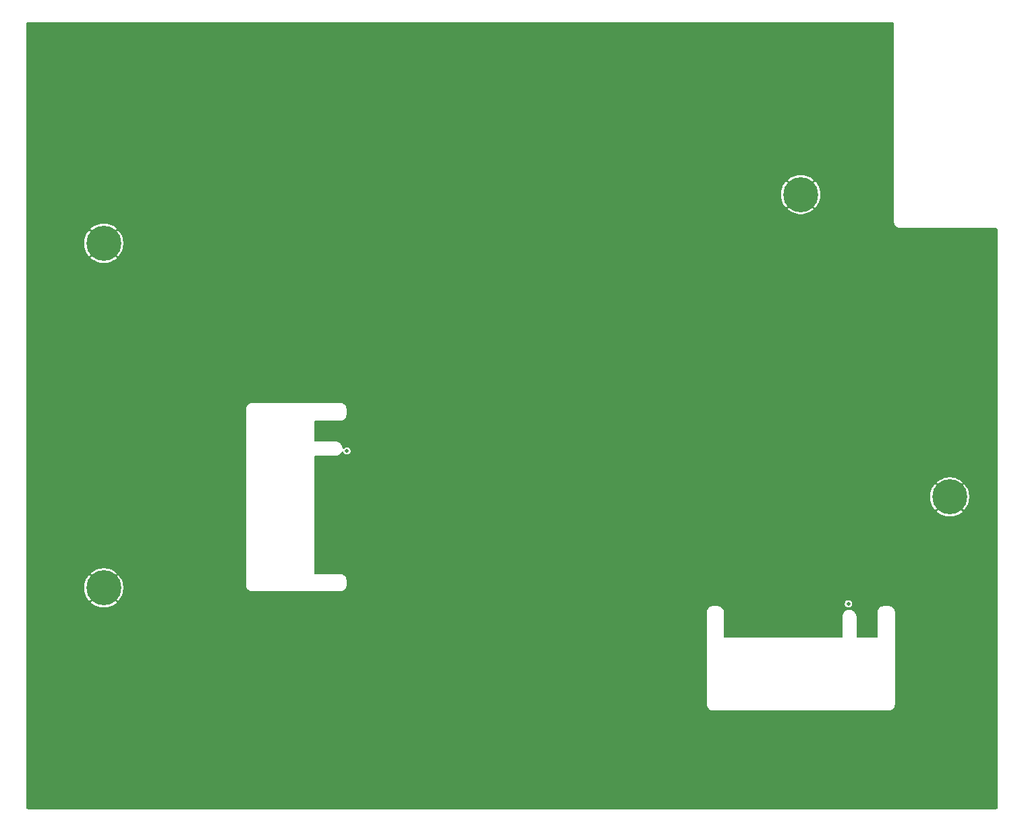
<source format=gbr>
%TF.GenerationSoftware,KiCad,Pcbnew,9.0.0*%
%TF.CreationDate,2025-03-02T13:04:45-05:00*%
%TF.ProjectId,Interposer_Board_JoneyTech,496e7465-7270-46f7-9365-725f426f6172,rev?*%
%TF.SameCoordinates,Original*%
%TF.FileFunction,Copper,L2,Inr*%
%TF.FilePolarity,Positive*%
%FSLAX46Y46*%
G04 Gerber Fmt 4.6, Leading zero omitted, Abs format (unit mm)*
G04 Created by KiCad (PCBNEW 9.0.0) date 2025-03-02 13:04:45*
%MOMM*%
%LPD*%
G01*
G04 APERTURE LIST*
%TA.AperFunction,ComponentPad*%
%ADD10C,0.700000*%
%TD*%
%TA.AperFunction,ComponentPad*%
%ADD11C,4.400000*%
%TD*%
%TA.AperFunction,ViaPad*%
%ADD12C,0.508000*%
%TD*%
G04 APERTURE END LIST*
D10*
%TO.N,GND*%
%TO.C,H2*%
X165601100Y-42353600D03*
X166084374Y-41186874D03*
X166084374Y-43520326D03*
X167251100Y-40703600D03*
D11*
X167251100Y-42353600D03*
D10*
X167251100Y-44003600D03*
X168417826Y-41186874D03*
X168417826Y-43520326D03*
X168901100Y-42353600D03*
%TD*%
%TO.N,GND*%
%TO.C,H4*%
X78126100Y-91778600D03*
X78609374Y-90611874D03*
X78609374Y-92945326D03*
X79776100Y-90128600D03*
D11*
X79776100Y-91778600D03*
D10*
X79776100Y-93428600D03*
X80942826Y-90611874D03*
X80942826Y-92945326D03*
X81426100Y-91778600D03*
%TD*%
%TO.N,GND*%
%TO.C,H1*%
X184301100Y-80353600D03*
X184784374Y-79186874D03*
X184784374Y-81520326D03*
X185951100Y-78703600D03*
D11*
X185951100Y-80353600D03*
D10*
X185951100Y-82003600D03*
X187117826Y-79186874D03*
X187117826Y-81520326D03*
X187601100Y-80353600D03*
%TD*%
%TO.N,GND*%
%TO.C,H3*%
X78126100Y-48478600D03*
X78609374Y-47311874D03*
X78609374Y-49645326D03*
X79776100Y-46828600D03*
D11*
X79776100Y-48478600D03*
D10*
X79776100Y-50128600D03*
X80942826Y-47311874D03*
X80942826Y-49645326D03*
X81426100Y-48478600D03*
%TD*%
D12*
%TO.N,GND*%
X170776100Y-66878600D03*
X173276100Y-64378600D03*
X105776100Y-41878600D03*
X178276100Y-54378600D03*
X85776100Y-22128600D03*
X162629100Y-88151600D03*
X112026100Y-22128600D03*
X95776100Y-46878600D03*
X179526100Y-118878600D03*
X188276100Y-94378600D03*
X70776100Y-26378600D03*
X100776100Y-66878600D03*
X189361886Y-46964386D03*
X155296100Y-75558600D03*
X118276100Y-64378600D03*
X133276100Y-49378600D03*
X123276100Y-118878600D03*
X127296100Y-77058600D03*
X180776100Y-96878600D03*
X85776100Y-81878600D03*
X93276100Y-114378600D03*
X162776100Y-21378600D03*
X104526100Y-118878600D03*
X151296100Y-77058600D03*
X70776100Y-32378600D03*
X123296100Y-87558600D03*
X83276100Y-114378600D03*
X170776100Y-51878600D03*
X165457100Y-90979600D03*
X173276100Y-59378600D03*
X73276100Y-109378600D03*
X153296100Y-84558600D03*
X188276100Y-99378600D03*
X108276100Y-64378600D03*
X153276100Y-39378600D03*
X80776100Y-106878600D03*
X153276100Y-49378600D03*
X95776100Y-71878600D03*
X168276100Y-49378600D03*
X143276100Y-109378600D03*
X138276100Y-69378600D03*
X168276100Y-114378600D03*
X98276100Y-114378600D03*
X113276100Y-49378600D03*
X145776100Y-61878600D03*
X70776100Y-46378600D03*
X143276100Y-104378600D03*
X166526100Y-21378600D03*
X117296100Y-84558600D03*
X73276100Y-104378600D03*
X103276100Y-44378600D03*
X131296100Y-81558600D03*
X151526100Y-21378600D03*
X167771100Y-92163600D03*
X190776100Y-116378600D03*
X125296100Y-77058600D03*
X103276100Y-114378600D03*
X87776100Y-21378600D03*
X88276100Y-84378600D03*
X110776100Y-96878600D03*
X115776100Y-96878600D03*
X83276100Y-74378600D03*
X170756100Y-90288600D03*
X90776100Y-66878600D03*
X95276100Y-118128600D03*
X70776100Y-66378600D03*
X135776100Y-41878600D03*
X180776100Y-116378600D03*
X161538100Y-82800600D03*
X110776100Y-41878600D03*
X187361885Y-46964386D03*
X155776100Y-31878600D03*
X121296100Y-83058600D03*
X188276100Y-89378600D03*
X167771100Y-94163600D03*
X98276100Y-99378600D03*
X185776100Y-66878600D03*
X190776100Y-74378600D03*
X167064100Y-90456600D03*
X148276100Y-44378600D03*
X143296100Y-86058600D03*
X160776100Y-56878600D03*
X123276100Y-39378600D03*
X85776100Y-61878600D03*
X115776100Y-111878600D03*
X190776100Y-104378600D03*
X125776100Y-96878600D03*
X140776100Y-41878600D03*
X70776100Y-54378600D03*
X180776100Y-71878600D03*
X125776100Y-116378600D03*
X130776100Y-96878600D03*
X73276100Y-69378600D03*
X103276100Y-99378600D03*
X135296100Y-83058600D03*
X103276100Y-39378600D03*
X109296100Y-81558600D03*
X153276100Y-24378600D03*
X170276100Y-118128600D03*
X149296100Y-84558600D03*
X118276100Y-99378600D03*
X119526100Y-22128600D03*
X160776100Y-46878600D03*
X158276100Y-114378600D03*
X70776100Y-106378600D03*
X118276100Y-44378600D03*
X147296100Y-86058600D03*
X147296100Y-87558600D03*
X113276100Y-99378600D03*
X95776100Y-111878600D03*
X125296100Y-86058600D03*
X133276100Y-34378600D03*
X188276100Y-114378600D03*
X70776100Y-48378600D03*
X80776100Y-86878600D03*
X145776100Y-71878600D03*
X70776100Y-72378600D03*
X70776100Y-30378600D03*
X113296100Y-75558600D03*
X145776100Y-56878600D03*
X138276100Y-22128600D03*
X70776100Y-98378600D03*
X167437100Y-86589600D03*
X185776100Y-61878600D03*
X144026100Y-118128600D03*
X135296100Y-84558600D03*
X135296100Y-86058600D03*
X70776100Y-78378600D03*
X72526100Y-21378600D03*
X95776100Y-66878600D03*
X190776100Y-58378600D03*
X153296100Y-78558600D03*
X125776100Y-66878600D03*
X150776100Y-116378600D03*
X100776100Y-96878600D03*
X125296100Y-75558600D03*
X119296100Y-83058600D03*
X168276100Y-24378600D03*
X120776100Y-46878600D03*
X74526100Y-118878600D03*
X150776100Y-66878600D03*
X169246100Y-94648600D03*
X95776100Y-91878600D03*
X85776100Y-66878600D03*
X70776100Y-34378600D03*
X148276100Y-99378600D03*
X115296100Y-87558600D03*
X161215100Y-86737600D03*
X153953100Y-90105600D03*
X85776100Y-96878600D03*
X138276100Y-118878600D03*
X178276100Y-41378600D03*
X133276100Y-54378600D03*
X131296100Y-87558600D03*
X155216100Y-84968600D03*
X118276100Y-114378600D03*
X170756100Y-92288600D03*
X188276100Y-109378600D03*
X100776100Y-51878600D03*
X138276100Y-29378600D03*
X128276100Y-64378600D03*
X131296100Y-84558600D03*
X190776100Y-100378600D03*
X120776100Y-66878600D03*
X115296100Y-77058600D03*
X143276100Y-94378600D03*
X143276100Y-29378600D03*
X163276100Y-29378600D03*
X150776100Y-46878600D03*
X78276100Y-84378600D03*
X119296100Y-81558600D03*
X155276100Y-21378600D03*
X151296100Y-80058600D03*
X148276100Y-114378600D03*
X75776100Y-91878600D03*
X110776100Y-116378600D03*
X173276100Y-49378600D03*
X83276100Y-79378600D03*
X145296100Y-75558600D03*
X155776100Y-51878600D03*
X166023100Y-85175600D03*
X183276100Y-118878600D03*
X119296100Y-87558600D03*
X159026100Y-21378600D03*
X160124100Y-81386600D03*
X153276100Y-54378600D03*
X153276100Y-29378600D03*
X90776100Y-51878600D03*
X168276100Y-22128600D03*
X131296100Y-77058600D03*
X140776100Y-51878600D03*
X121296100Y-75558600D03*
X163276100Y-39378600D03*
X123276100Y-54378600D03*
X128276100Y-69378600D03*
X157296100Y-77058600D03*
X190776100Y-60378600D03*
X83276100Y-64378600D03*
X108276100Y-99378600D03*
X95776100Y-81878600D03*
X88276100Y-94378600D03*
X85776100Y-91878600D03*
X84026100Y-118128600D03*
X157337100Y-87089600D03*
X147296100Y-83058600D03*
X133296100Y-80058600D03*
X160776100Y-118878600D03*
X70776100Y-44378600D03*
X113276100Y-64378600D03*
X170756100Y-94288600D03*
X163276100Y-34378600D03*
X130776100Y-71878600D03*
X100776100Y-118878600D03*
X83276100Y-104378600D03*
X143276100Y-64378600D03*
X158187100Y-85809600D03*
X159026100Y-118128600D03*
X125776100Y-56878600D03*
X80776100Y-96878600D03*
X147296100Y-84558600D03*
X93276100Y-24378600D03*
X150776100Y-71878600D03*
X158276100Y-59378600D03*
X160776100Y-22128600D03*
X133296100Y-77058600D03*
X131296100Y-89058600D03*
X160256100Y-94658600D03*
X88276100Y-114378600D03*
X113276100Y-39378600D03*
X117296100Y-83058600D03*
X158953100Y-78105600D03*
X133276100Y-64378600D03*
X113276100Y-94378600D03*
X73276100Y-44378600D03*
X190776100Y-54378600D03*
X73276100Y-89378600D03*
X129296100Y-89058600D03*
X190776100Y-86378600D03*
X115776100Y-71878600D03*
X156417100Y-88299600D03*
X93276100Y-49378600D03*
X190776100Y-114378600D03*
X168276100Y-74378600D03*
X103276100Y-54378600D03*
X145296100Y-81558600D03*
X190776100Y-88378600D03*
X108276100Y-104378600D03*
X88276100Y-79378600D03*
X188276100Y-84378600D03*
X95776100Y-86878600D03*
X158580100Y-81972600D03*
X111296100Y-86058600D03*
X99026100Y-118128600D03*
X150776100Y-91878600D03*
X128276100Y-39378600D03*
X80776100Y-76878600D03*
X145776100Y-41878600D03*
X155776100Y-46878600D03*
X99026100Y-21378600D03*
X93276100Y-89378600D03*
X118276100Y-94378600D03*
X170776100Y-71878600D03*
X175776100Y-81878600D03*
X190776100Y-66378600D03*
X143296100Y-77058600D03*
X76526100Y-118128600D03*
X138276100Y-99378600D03*
X165776100Y-31878600D03*
X119526100Y-118878600D03*
X145776100Y-101878600D03*
X117296100Y-81558600D03*
X169246100Y-92648600D03*
X115296100Y-86058600D03*
X75776100Y-71878600D03*
X174026100Y-118128600D03*
X135296100Y-77058600D03*
X103276100Y-24378600D03*
X170776100Y-36878600D03*
X129296100Y-87558600D03*
X189026100Y-118128600D03*
X70776100Y-116378600D03*
X148276100Y-64378600D03*
X145296100Y-84558600D03*
X180776100Y-56878600D03*
X123276100Y-99378600D03*
X109296100Y-75558600D03*
X147296100Y-80058600D03*
X123276100Y-34378600D03*
X185776100Y-111878600D03*
X157026100Y-118878600D03*
X173276100Y-34378600D03*
X164366100Y-85628600D03*
X90776100Y-56878600D03*
X70776100Y-56378600D03*
X113276100Y-69378600D03*
X120776100Y-96878600D03*
X164609100Y-83761600D03*
X109296100Y-86058600D03*
X113276100Y-44378600D03*
X70776100Y-92378600D03*
X98276100Y-44378600D03*
X153296100Y-83058600D03*
X160638461Y-88284503D03*
X183276100Y-89378600D03*
X70776100Y-114378600D03*
X118276100Y-54378600D03*
X108276100Y-109378600D03*
X142026100Y-22128600D03*
X151296100Y-78558600D03*
X108276100Y-54378600D03*
X156247100Y-90239600D03*
X190776100Y-80378600D03*
X149526100Y-118878600D03*
X180776100Y-101878600D03*
X170776100Y-111878600D03*
X145296100Y-86058600D03*
X159601100Y-87223600D03*
X183276100Y-109378600D03*
X145776100Y-51878600D03*
X127296100Y-86058600D03*
X141296100Y-83058600D03*
X153276100Y-94378600D03*
X144026100Y-21378600D03*
X100776100Y-56878600D03*
X115776100Y-91878600D03*
X73276100Y-64378600D03*
X160776100Y-116378600D03*
X102776100Y-118128600D03*
X145776100Y-66878600D03*
X145776100Y-106878600D03*
X167590100Y-84612600D03*
X83276100Y-84378600D03*
X178276100Y-45378600D03*
X123276100Y-59378600D03*
X145296100Y-77058600D03*
X139296100Y-83058600D03*
X118276100Y-39378600D03*
X135776100Y-66878600D03*
X70776100Y-110378600D03*
X83276100Y-24378600D03*
X175776100Y-31878600D03*
X173276100Y-24378600D03*
X98276100Y-104378600D03*
X159075100Y-93067600D03*
X157296100Y-78558600D03*
X78276100Y-22128600D03*
X153276100Y-104378600D03*
X76526100Y-21378600D03*
X145296100Y-80058600D03*
X85776100Y-101878600D03*
X183276100Y-69378600D03*
X138276100Y-114378600D03*
X175776100Y-22128600D03*
X158276100Y-64378600D03*
X158276100Y-44378600D03*
X137296100Y-75558600D03*
X119296100Y-75558600D03*
X100776100Y-116378600D03*
X190776100Y-90378600D03*
X170776100Y-41878600D03*
X149296100Y-75558600D03*
X130776100Y-56878600D03*
X190776100Y-64378600D03*
X162822100Y-86214600D03*
X185776100Y-51878600D03*
X145776100Y-118878600D03*
X73276100Y-94378600D03*
X161408100Y-84800600D03*
X123296100Y-81558600D03*
X153276100Y-99378600D03*
X70776100Y-74378600D03*
X139296100Y-84558600D03*
X168276100Y-29378600D03*
X168276100Y-34378600D03*
X120776100Y-41878600D03*
X155776100Y-56878600D03*
X93276100Y-22128600D03*
X183276100Y-74378600D03*
X158276100Y-34378600D03*
X125776100Y-71878600D03*
X158276100Y-69378600D03*
X149296100Y-86058600D03*
X93276100Y-94378600D03*
X83276100Y-69378600D03*
X111296100Y-83058600D03*
X115776100Y-66878600D03*
X119296100Y-80058600D03*
X157026100Y-22128600D03*
X90776100Y-81878600D03*
X95776100Y-56878600D03*
X117296100Y-80058600D03*
X103276100Y-59378600D03*
X175776100Y-66878600D03*
X70776100Y-104378600D03*
X187026100Y-118878600D03*
X170776100Y-61878600D03*
X90776100Y-46878600D03*
X158276100Y-39378600D03*
X143276100Y-49378600D03*
X88276100Y-49378600D03*
X123276100Y-69378600D03*
X160776100Y-41878600D03*
X161579100Y-91331600D03*
X121296100Y-87558600D03*
X170776100Y-76878600D03*
X148276100Y-29378600D03*
X70776100Y-70378600D03*
X123296100Y-83058600D03*
X190776100Y-112378600D03*
X133276100Y-59378600D03*
X115296100Y-81558600D03*
X73276100Y-99378600D03*
X78276100Y-24378600D03*
X120776100Y-56878600D03*
X183276100Y-99378600D03*
X143276100Y-39378600D03*
X136526100Y-118128600D03*
X135776100Y-101878600D03*
X70776100Y-100378600D03*
X70776100Y-84378600D03*
X109296100Y-83058600D03*
X160367100Y-79519600D03*
X139296100Y-81558600D03*
X121296100Y-77058600D03*
X170276100Y-21378600D03*
X105776100Y-66878600D03*
X137296100Y-80058600D03*
X155003100Y-86885600D03*
X75776100Y-101878600D03*
X133276100Y-109378600D03*
X172246100Y-92768600D03*
X111296100Y-78558600D03*
X73276100Y-74378600D03*
X165776100Y-66878600D03*
X145296100Y-78558600D03*
X95776100Y-106878600D03*
X128276100Y-59378600D03*
X113296100Y-83058600D03*
X70776100Y-102378600D03*
X185361886Y-46964386D03*
X118276100Y-49378600D03*
X178276100Y-59378600D03*
X109296100Y-77058600D03*
X93276100Y-59378600D03*
X164043100Y-89565600D03*
X153296100Y-77058600D03*
X175776100Y-51878600D03*
X180776100Y-61878600D03*
X110776100Y-111878600D03*
X93276100Y-74378600D03*
X143276100Y-54378600D03*
X164550100Y-92172600D03*
X151296100Y-75558600D03*
X164236100Y-87628600D03*
X70776100Y-88378600D03*
X78276100Y-64378600D03*
X125296100Y-83058600D03*
X110276100Y-21378600D03*
X127296100Y-78558600D03*
X148276100Y-39378600D03*
X175776100Y-41878600D03*
X143296100Y-83058600D03*
X159106100Y-76128600D03*
X105776100Y-106878600D03*
X123276100Y-64378600D03*
X161722100Y-89344600D03*
X113296100Y-77058600D03*
X120776100Y-51878600D03*
X143296100Y-75558600D03*
X133296100Y-89058600D03*
X170776100Y-81878600D03*
X175776100Y-111878600D03*
X163276100Y-109378600D03*
X123276100Y-94378600D03*
X117296100Y-86058600D03*
X85776100Y-111878600D03*
X145296100Y-89058600D03*
X70776100Y-36378600D03*
X90776100Y-61878600D03*
X70776100Y-68378600D03*
X190776100Y-50378600D03*
X128276100Y-54378600D03*
X139296100Y-77058600D03*
X115776100Y-41878600D03*
X113276100Y-104378600D03*
X70776100Y-86378600D03*
X121296100Y-86058600D03*
X105776100Y-101878600D03*
X75776100Y-111878600D03*
X153296100Y-80058600D03*
X131296100Y-83058600D03*
X103276100Y-104378600D03*
X117296100Y-77058600D03*
X148276100Y-54378600D03*
X74526100Y-22128600D03*
X82026100Y-22128600D03*
X169246100Y-90648600D03*
X166246100Y-92678600D03*
X148276100Y-49378600D03*
X137296100Y-77058600D03*
X130776100Y-106878600D03*
X190776100Y-106378600D03*
X80776100Y-116378600D03*
X145776100Y-111878600D03*
X133276100Y-29378600D03*
X188276100Y-74378600D03*
X166526100Y-118128600D03*
X98276100Y-24378600D03*
X70776100Y-96378600D03*
X121296100Y-89058600D03*
X115776100Y-106878600D03*
X141296100Y-78558600D03*
X110776100Y-101878600D03*
X115776100Y-101878600D03*
X119296100Y-89058600D03*
X175776100Y-116378600D03*
X127296100Y-89058600D03*
X178276100Y-23378600D03*
X165776100Y-51878600D03*
X140776100Y-71878600D03*
X173276100Y-114378600D03*
X111296100Y-87558600D03*
X158276100Y-29378600D03*
X141296100Y-87558600D03*
X130776100Y-91878600D03*
X130776100Y-116378600D03*
X168276100Y-118878600D03*
X138276100Y-44378600D03*
X70776100Y-94378600D03*
X188276100Y-54378600D03*
X70776100Y-80378600D03*
X111296100Y-81558600D03*
X70776100Y-42378600D03*
X148276100Y-104378600D03*
X113296100Y-87558600D03*
X163276100Y-59378600D03*
X155296100Y-78558600D03*
X137296100Y-87558600D03*
X175776100Y-118878600D03*
X138276100Y-24378600D03*
X159994100Y-83386600D03*
X112026100Y-118878600D03*
X190776100Y-62378600D03*
X149296100Y-81558600D03*
X111296100Y-75558600D03*
X141296100Y-84558600D03*
X165776100Y-116378600D03*
X141296100Y-81558600D03*
X73276100Y-79378600D03*
X100776100Y-41878600D03*
X78276100Y-74378600D03*
X80276100Y-118128600D03*
X135296100Y-80058600D03*
X93276100Y-99378600D03*
X128276100Y-114378600D03*
X125296100Y-81558600D03*
X164762100Y-81784600D03*
X117776100Y-118128600D03*
X111296100Y-77058600D03*
X85776100Y-116378600D03*
X183361885Y-46964386D03*
X157296100Y-75558600D03*
X125296100Y-78558600D03*
X91526100Y-21378600D03*
X80276100Y-21378600D03*
X138276100Y-109378600D03*
X128276100Y-104378600D03*
X83276100Y-109378600D03*
X90776100Y-101878600D03*
X106526100Y-118128600D03*
X178276100Y-49378600D03*
X137296100Y-84558600D03*
X113276100Y-114378600D03*
X88276100Y-69378600D03*
X178276100Y-89378600D03*
X120776100Y-116378600D03*
X123276100Y-104378600D03*
X140276100Y-21378600D03*
X190776100Y-108378600D03*
X95776100Y-101878600D03*
X125276100Y-21378600D03*
X91526100Y-118128600D03*
X130776100Y-101878600D03*
X75776100Y-61878600D03*
X90776100Y-71878600D03*
X121296100Y-81558600D03*
X70776100Y-28378600D03*
X121296100Y-80058600D03*
X158276100Y-24378600D03*
X133296100Y-86058600D03*
X178276100Y-39378600D03*
X173276100Y-44378600D03*
X166176100Y-83198600D03*
X93276100Y-44378600D03*
X75776100Y-96878600D03*
X178276100Y-27378600D03*
X85776100Y-56878600D03*
X123296100Y-75558600D03*
X78276100Y-79378600D03*
X145296100Y-83058600D03*
X83276100Y-94378600D03*
X179361885Y-46964386D03*
X165776100Y-111878600D03*
X129296100Y-78558600D03*
X148276100Y-109378600D03*
X160776100Y-61878600D03*
X131296100Y-80058600D03*
X125776100Y-111878600D03*
X153276100Y-44378600D03*
X75776100Y-66878600D03*
X138276100Y-59378600D03*
X188276100Y-49378600D03*
X143296100Y-87558600D03*
X183276100Y-104378600D03*
X190776100Y-84378600D03*
X102776100Y-21378600D03*
X90776100Y-96878600D03*
X175776100Y-26878600D03*
X185776100Y-96878600D03*
X103276100Y-109378600D03*
X155296100Y-77058600D03*
X175776100Y-36878600D03*
X190776100Y-82378600D03*
X166246100Y-94678600D03*
X135296100Y-89058600D03*
X85776100Y-118878600D03*
X181526100Y-118128600D03*
X83276100Y-44378600D03*
X138276100Y-34378600D03*
X123276100Y-22128600D03*
X95776100Y-51878600D03*
X157831100Y-89713600D03*
X70776100Y-38378600D03*
X114026100Y-21378600D03*
X161934100Y-78956600D03*
X115776100Y-51878600D03*
X150776100Y-101878600D03*
X78276100Y-114378600D03*
X73276100Y-39378600D03*
X153276100Y-109378600D03*
X115776100Y-22128600D03*
X123296100Y-80058600D03*
X93276100Y-109378600D03*
X149296100Y-89058600D03*
X138276100Y-104378600D03*
X175776100Y-91878600D03*
X88276100Y-59378600D03*
X163256100Y-94718600D03*
X190776100Y-70378600D03*
X140276100Y-118128600D03*
X133276100Y-114378600D03*
X88276100Y-64378600D03*
X138276100Y-39378600D03*
X115296100Y-83058600D03*
X73276100Y-59378600D03*
X155776100Y-41878600D03*
X145776100Y-22128600D03*
X185776100Y-76878600D03*
X90776100Y-41878600D03*
X143296100Y-89058600D03*
X131296100Y-75558600D03*
X137296100Y-83058600D03*
X111296100Y-84558600D03*
X133296100Y-81558600D03*
X110776100Y-71878600D03*
X190776100Y-102378600D03*
X117296100Y-87558600D03*
X125776100Y-61878600D03*
X173276100Y-109378600D03*
X163276100Y-44378600D03*
X133276100Y-104378600D03*
X103276100Y-49378600D03*
X114026100Y-118128600D03*
X131296100Y-78558600D03*
X140776100Y-101878600D03*
X129296100Y-80058600D03*
X133276100Y-24378600D03*
X163276100Y-69378600D03*
X88276100Y-74378600D03*
X139296100Y-80058600D03*
X151296100Y-81558600D03*
X120776100Y-61878600D03*
X190776100Y-94378600D03*
X155276100Y-118128600D03*
X103276100Y-94378600D03*
X70776100Y-58378600D03*
X139296100Y-89058600D03*
X162952100Y-84214600D03*
X95776100Y-76878600D03*
X143276100Y-34378600D03*
X121296100Y-84558600D03*
X165776100Y-56878600D03*
X115296100Y-80058600D03*
X190776100Y-48378600D03*
X155296100Y-83058600D03*
X183276100Y-49378600D03*
X113276100Y-54378600D03*
X149296100Y-87558600D03*
X134526100Y-22128600D03*
X100776100Y-61878600D03*
X170776100Y-46878600D03*
X109296100Y-78558600D03*
X150776100Y-41878600D03*
X125776100Y-106878600D03*
X118276100Y-109378600D03*
X123296100Y-84558600D03*
X133296100Y-75558600D03*
X150776100Y-31878600D03*
X190776100Y-72378600D03*
X140776100Y-46878600D03*
X113296100Y-80058600D03*
X140776100Y-91878600D03*
X150776100Y-106878600D03*
X109296100Y-84558600D03*
X143276100Y-44378600D03*
X108276100Y-59378600D03*
X162776100Y-118128600D03*
X113296100Y-84558600D03*
X149296100Y-78558600D03*
X153296100Y-81558600D03*
X133276100Y-39378600D03*
X173276100Y-74378600D03*
X129296100Y-77058600D03*
X149296100Y-80058600D03*
X111296100Y-89058600D03*
X105776100Y-56878600D03*
X178276100Y-37378600D03*
X133276100Y-99378600D03*
X147296100Y-78558600D03*
X148276100Y-34378600D03*
X155776100Y-71878600D03*
X83276100Y-49378600D03*
X163276100Y-24378600D03*
X75776100Y-81878600D03*
X150776100Y-56878600D03*
X90776100Y-86878600D03*
X148276100Y-69378600D03*
X115776100Y-56878600D03*
X90776100Y-111878600D03*
X185776100Y-106878600D03*
X115776100Y-46878600D03*
X180776100Y-91878600D03*
X190776100Y-96378600D03*
X155776100Y-61878600D03*
X164756100Y-94158600D03*
X137296100Y-78558600D03*
X185776100Y-101878600D03*
X127296100Y-84558600D03*
X175776100Y-71878600D03*
X80776100Y-71878600D03*
X138276100Y-94378600D03*
X98276100Y-109378600D03*
X80776100Y-111878600D03*
X135296100Y-75558600D03*
X70776100Y-64378600D03*
X168221502Y-89492714D03*
X85776100Y-51878600D03*
X111296100Y-80058600D03*
X130776100Y-111878600D03*
X141296100Y-80058600D03*
X183276100Y-59378600D03*
X125776100Y-51878600D03*
X178276100Y-84378600D03*
X75776100Y-86878600D03*
X165776100Y-61878600D03*
X129296100Y-83058600D03*
X178276100Y-74378600D03*
X140776100Y-56878600D03*
X180776100Y-66878600D03*
X178276100Y-79378600D03*
X190776100Y-68378600D03*
X78276100Y-109378600D03*
X188276100Y-69378600D03*
X170776100Y-31878600D03*
X135776100Y-91878600D03*
X143276100Y-69378600D03*
X154833100Y-88825600D03*
X170776100Y-116378600D03*
X117776100Y-21378600D03*
X85776100Y-106878600D03*
X110776100Y-106878600D03*
X125296100Y-84558600D03*
X149526100Y-22128600D03*
X148276100Y-24378600D03*
X143296100Y-80058600D03*
X127296100Y-75558600D03*
X139296100Y-78558600D03*
X115776100Y-61878600D03*
X83276100Y-99378600D03*
X133276100Y-69378600D03*
X125296100Y-80058600D03*
X123296100Y-89058600D03*
X141296100Y-86058600D03*
X147776100Y-21378600D03*
X136526100Y-21378600D03*
X98276100Y-54378600D03*
X105776100Y-96878600D03*
X173276100Y-69378600D03*
X178276100Y-35378600D03*
X95776100Y-116378600D03*
X135776100Y-116378600D03*
X128276100Y-44378600D03*
X110776100Y-51878600D03*
X139296100Y-87558600D03*
X127026100Y-118878600D03*
X113296100Y-81558600D03*
X143276100Y-59378600D03*
X178276100Y-109378600D03*
X133296100Y-87558600D03*
X115296100Y-84558600D03*
X134526100Y-118878600D03*
X172246100Y-94768600D03*
X129296100Y-84558600D03*
X121296100Y-78558600D03*
X174026100Y-21378600D03*
X180776100Y-111878600D03*
X172246100Y-90768600D03*
X169004100Y-86026600D03*
X98276100Y-49378600D03*
X155296100Y-81558600D03*
X78276100Y-104378600D03*
X120776100Y-106878600D03*
X151526100Y-118128600D03*
X178276100Y-25378600D03*
X150776100Y-51878600D03*
X123296100Y-77058600D03*
X150776100Y-61878600D03*
X158276100Y-49378600D03*
X115296100Y-89058600D03*
X70776100Y-60378600D03*
X78276100Y-69378600D03*
X121526100Y-21378600D03*
X141296100Y-75558600D03*
X123276100Y-44378600D03*
X139296100Y-86058600D03*
X175776100Y-46878600D03*
X178276100Y-43378600D03*
X85776100Y-86878600D03*
X108276100Y-39378600D03*
X160776100Y-51878600D03*
X151296100Y-84558600D03*
X110776100Y-56878600D03*
X185776100Y-116378600D03*
X78276100Y-59378600D03*
X133296100Y-83058600D03*
X135776100Y-96878600D03*
X73276100Y-24378600D03*
X170026100Y-89128600D03*
X153296100Y-87558600D03*
X83276100Y-59378600D03*
X188276100Y-104378600D03*
X130776100Y-41878600D03*
X95776100Y-96878600D03*
X168276100Y-79378600D03*
X90776100Y-76878600D03*
X97026100Y-118878600D03*
X130776100Y-22128600D03*
X110776100Y-61878600D03*
X95776100Y-41878600D03*
X108276100Y-118878600D03*
X135776100Y-46878600D03*
X129026100Y-21378600D03*
X113276100Y-109378600D03*
X160165100Y-89917600D03*
X100776100Y-106878600D03*
X143276100Y-114378600D03*
X172026100Y-22128600D03*
X160659100Y-92541600D03*
X109296100Y-89058600D03*
X88276100Y-44378600D03*
X178276100Y-31378600D03*
X168276100Y-59378600D03*
X150776100Y-96878600D03*
X83276100Y-89378600D03*
X165776100Y-76878600D03*
X109296100Y-87558600D03*
X163276100Y-74378600D03*
X123276100Y-49378600D03*
X105776100Y-46878600D03*
X110276100Y-118128600D03*
X130776100Y-66878600D03*
X165776100Y-26878600D03*
X180776100Y-86878600D03*
X149296100Y-77058600D03*
X73276100Y-34378600D03*
X183276100Y-64378600D03*
X168276100Y-69378600D03*
X167194100Y-88456600D03*
X160520100Y-77542600D03*
X82026100Y-118878600D03*
X100776100Y-101878600D03*
X113276100Y-59378600D03*
X93276100Y-54378600D03*
X153296100Y-86058600D03*
X147776100Y-118128600D03*
X185776100Y-56878600D03*
X80776100Y-56878600D03*
X70776100Y-52378600D03*
X123276100Y-109378600D03*
X140776100Y-111878600D03*
X88276100Y-24378600D03*
X118276100Y-104378600D03*
X148276100Y-59378600D03*
X105776100Y-116378600D03*
X105776100Y-61878600D03*
X164526100Y-118878600D03*
X125296100Y-89058600D03*
X130776100Y-46878600D03*
X151296100Y-86058600D03*
X155776100Y-111878600D03*
X175776100Y-76878600D03*
X140776100Y-61878600D03*
X138276100Y-54378600D03*
X127296100Y-87558600D03*
X137296100Y-89058600D03*
X119296100Y-86058600D03*
X173276100Y-39378600D03*
X80776100Y-66878600D03*
X98276100Y-64378600D03*
X156781100Y-92933600D03*
X121526100Y-118128600D03*
X88276100Y-104378600D03*
X153276100Y-69378600D03*
X173276100Y-54378600D03*
X130776100Y-118878600D03*
X157166100Y-80558600D03*
X130776100Y-61878600D03*
X180776100Y-51878600D03*
X177776100Y-21378600D03*
X155776100Y-116378600D03*
X135296100Y-81558600D03*
X185776100Y-86878600D03*
X113296100Y-86058600D03*
X158387100Y-83909600D03*
X143296100Y-81558600D03*
X160776100Y-111878600D03*
X147296100Y-77058600D03*
X105776100Y-111878600D03*
X173276100Y-79378600D03*
X85776100Y-71878600D03*
X183276100Y-54378600D03*
X73276100Y-114378600D03*
X140776100Y-31878600D03*
X138276100Y-64378600D03*
X156259248Y-86004306D03*
X141296100Y-77058600D03*
X123296100Y-78558600D03*
X125776100Y-101878600D03*
X177776100Y-118128600D03*
X98276100Y-39378600D03*
X93276100Y-104378600D03*
X190776100Y-56378600D03*
X127296100Y-81558600D03*
X120776100Y-91878600D03*
X93276100Y-118878600D03*
X170776100Y-26878600D03*
X125776100Y-91878600D03*
X135776100Y-31878600D03*
X163276100Y-54378600D03*
X188276100Y-59378600D03*
X142026100Y-118878600D03*
X135776100Y-106878600D03*
X78276100Y-99378600D03*
X90776100Y-116378600D03*
X163136100Y-90758600D03*
X170418100Y-87440600D03*
X129026100Y-118128600D03*
X155296100Y-80058600D03*
X125276100Y-118128600D03*
X115776100Y-118878600D03*
X85776100Y-76878600D03*
X127026100Y-22128600D03*
X93276100Y-64378600D03*
X70776100Y-62378600D03*
X183276100Y-84378600D03*
X185776100Y-71878600D03*
X156973100Y-82495600D03*
X165650100Y-89042600D03*
X161746100Y-94168600D03*
X125776100Y-41878600D03*
X88276100Y-54378600D03*
X135776100Y-56878600D03*
X158195100Y-94347600D03*
X153276100Y-64378600D03*
X80776100Y-81878600D03*
X145776100Y-31878600D03*
X135776100Y-61878600D03*
X145776100Y-96878600D03*
X123276100Y-114378600D03*
X137296100Y-86058600D03*
X135776100Y-71878600D03*
X180776100Y-81878600D03*
X168276100Y-54378600D03*
X80776100Y-61878600D03*
X120776100Y-111878600D03*
X70776100Y-118878600D03*
X155776100Y-66878600D03*
X118276100Y-24378600D03*
X135296100Y-78558600D03*
X185776100Y-91878600D03*
X119296100Y-78558600D03*
X150776100Y-111878600D03*
X88276100Y-89378600D03*
X140776100Y-96878600D03*
X115776100Y-116378600D03*
X128276100Y-94378600D03*
X95276100Y-21378600D03*
X178276100Y-33378600D03*
X108276100Y-22128600D03*
X190776100Y-52378600D03*
X143276100Y-99378600D03*
X133276100Y-44378600D03*
X115296100Y-78558600D03*
X123276100Y-24378600D03*
X178276100Y-64378600D03*
X108276100Y-44378600D03*
X85776100Y-46878600D03*
X129296100Y-86058600D03*
X190776100Y-118878600D03*
X113276100Y-24378600D03*
X93276100Y-69378600D03*
X70776100Y-22128600D03*
X161781100Y-80933600D03*
X108276100Y-49378600D03*
X78276100Y-44378600D03*
X160776100Y-71878600D03*
X103276100Y-64378600D03*
X120776100Y-101878600D03*
X105776100Y-51878600D03*
X90776100Y-106878600D03*
X90776100Y-91878600D03*
X127296100Y-83058600D03*
X128276100Y-24378600D03*
X153276100Y-34378600D03*
X129296100Y-75558600D03*
X117296100Y-75558600D03*
X159245100Y-91127600D03*
X185276100Y-118128600D03*
X153276100Y-114378600D03*
X73276100Y-54378600D03*
X113296100Y-78558600D03*
X168276100Y-109378600D03*
X100776100Y-22128600D03*
X85776100Y-41878600D03*
X170776100Y-56878600D03*
X140776100Y-66878600D03*
X98276100Y-59378600D03*
X72526100Y-118128600D03*
X118276100Y-59378600D03*
X110776100Y-66878600D03*
X127296100Y-80058600D03*
X183276100Y-114378600D03*
X153276100Y-22128600D03*
X73276100Y-49378600D03*
X160776100Y-31878600D03*
X178276100Y-114378600D03*
X145776100Y-91878600D03*
X175776100Y-56878600D03*
X183276100Y-94378600D03*
X119296100Y-84558600D03*
X190776100Y-98378600D03*
X148276100Y-94378600D03*
X123296100Y-86058600D03*
X128276100Y-49378600D03*
X181361886Y-46964386D03*
X143296100Y-78558600D03*
X80776100Y-101878600D03*
X117296100Y-89058600D03*
X153296100Y-75558600D03*
X165780100Y-87042600D03*
X135776100Y-111878600D03*
X75776100Y-76878600D03*
X172026100Y-118878600D03*
X133276100Y-94378600D03*
X108276100Y-24378600D03*
X151296100Y-83058600D03*
X165776100Y-71878600D03*
X139296100Y-75558600D03*
X171832100Y-88854600D03*
X88276100Y-99378600D03*
X163195100Y-82347600D03*
X163276100Y-114378600D03*
X168851100Y-88003600D03*
X137296100Y-81558600D03*
X75776100Y-56878600D03*
X153276100Y-59378600D03*
X125776100Y-46878600D03*
X163348100Y-80370600D03*
X153276100Y-118878600D03*
X118276100Y-69378600D03*
X159801100Y-85323600D03*
X147296100Y-81558600D03*
X70776100Y-82378600D03*
X132776100Y-118128600D03*
X73276100Y-29378600D03*
X80776100Y-51878600D03*
X129296100Y-81558600D03*
X115296100Y-75558600D03*
X190776100Y-76378600D03*
X156773100Y-84395600D03*
X160776100Y-26878600D03*
X135296100Y-87558600D03*
X78276100Y-54378600D03*
X168276100Y-64378600D03*
X89526100Y-22128600D03*
X128276100Y-34378600D03*
X141296100Y-89058600D03*
X149296100Y-83058600D03*
X190776100Y-92378600D03*
X84026100Y-21378600D03*
X108276100Y-114378600D03*
X100776100Y-111878600D03*
X178276100Y-69378600D03*
X175776100Y-86878600D03*
X133296100Y-78558600D03*
X75776100Y-46878600D03*
X151296100Y-89058600D03*
X70776100Y-112378600D03*
X93276100Y-79378600D03*
X89526100Y-118878600D03*
X173276100Y-84378600D03*
X145776100Y-116378600D03*
X100776100Y-46878600D03*
X160776100Y-66878600D03*
X173276100Y-29378600D03*
X180776100Y-76878600D03*
X110776100Y-91878600D03*
X120776100Y-71878600D03*
X190776100Y-110378600D03*
X128276100Y-109378600D03*
X135776100Y-51878600D03*
X164526100Y-22128600D03*
X88276100Y-109378600D03*
X93276100Y-39378600D03*
X133296100Y-84558600D03*
X70776100Y-40378600D03*
X151296100Y-87558600D03*
X145296100Y-87558600D03*
X147296100Y-75558600D03*
X70776100Y-90378600D03*
X165776100Y-46878600D03*
X163276100Y-49378600D03*
X78276100Y-118878600D03*
X106526100Y-21378600D03*
X152878282Y-89131229D03*
X132776100Y-21378600D03*
X188276100Y-64378600D03*
X87776100Y-118128600D03*
X113296100Y-89058600D03*
X145776100Y-46878600D03*
X104526100Y-22128600D03*
X75776100Y-116378600D03*
X98276100Y-94378600D03*
X128276100Y-99378600D03*
X162993100Y-92745600D03*
X190776100Y-78378600D03*
X175776100Y-61878600D03*
X130776100Y-51878600D03*
X70776100Y-24378600D03*
X158276100Y-109378600D03*
X110776100Y-46878600D03*
X155367100Y-91519600D03*
X75776100Y-106878600D03*
X109296100Y-80058600D03*
X143296100Y-84558600D03*
X140776100Y-116378600D03*
X138276100Y-49378600D03*
X140776100Y-106878600D03*
X70776100Y-108378600D03*
X70776100Y-76378600D03*
X75776100Y-51878600D03*
X158751100Y-88503600D03*
X147296100Y-89058600D03*
X131296100Y-86058600D03*
X108276100Y-94378600D03*
X70776100Y-50378600D03*
X178276100Y-29378600D03*
X73276100Y-84378600D03*
X158710100Y-79972600D03*
X93276100Y-84378600D03*
X143276100Y-24378600D03*
X125296100Y-87558600D03*
X117296100Y-78558600D03*
X157661100Y-91653600D03*
X119296100Y-77058600D03*
X163276100Y-64378600D03*
X158276100Y-54378600D03*
X83276100Y-54378600D03*
X180776100Y-106878600D03*
X97026100Y-22128600D03*
X95776100Y-61878600D03*
%TO.N,/PERST#*%
X110296100Y-74558600D03*
X173246100Y-93768600D03*
%TD*%
%TA.AperFunction,Conductor*%
%TO.N,GND*%
G36*
X178695401Y-20679101D02*
G01*
X178703505Y-20679101D01*
X178743185Y-20679101D01*
X178758922Y-20680339D01*
X178804735Y-20687596D01*
X178834667Y-20697321D01*
X178868859Y-20714742D01*
X178894324Y-20733243D01*
X178921456Y-20760375D01*
X178939957Y-20785840D01*
X178957378Y-20820032D01*
X178967103Y-20849963D01*
X178969332Y-20864034D01*
X178972890Y-20886499D01*
X178974361Y-20895782D01*
X178975600Y-20911521D01*
X178975600Y-45730997D01*
X178975599Y-45731004D01*
X178975599Y-45778598D01*
X178975600Y-45778598D01*
X178975600Y-45857440D01*
X179006363Y-46012098D01*
X179066704Y-46157774D01*
X179066705Y-46157777D01*
X179066706Y-46157778D01*
X179154311Y-46288888D01*
X179265811Y-46400388D01*
X179396921Y-46487993D01*
X179542603Y-46548337D01*
X179697258Y-46579100D01*
X179736538Y-46579100D01*
X191728505Y-46579100D01*
X191768180Y-46579100D01*
X191783916Y-46580338D01*
X191791297Y-46581506D01*
X191822013Y-46586371D01*
X191851945Y-46596097D01*
X191879166Y-46609967D01*
X191904629Y-46628467D01*
X191926232Y-46650070D01*
X191944732Y-46675533D01*
X191958601Y-46702752D01*
X191968327Y-46732686D01*
X191974361Y-46770782D01*
X191975600Y-46786520D01*
X191975600Y-119370679D01*
X191974361Y-119386414D01*
X191974361Y-119386417D01*
X191968327Y-119424513D01*
X191958601Y-119454447D01*
X191944732Y-119481666D01*
X191926232Y-119507129D01*
X191904629Y-119528732D01*
X191879166Y-119547232D01*
X191851947Y-119561101D01*
X191822013Y-119570827D01*
X191783918Y-119576861D01*
X191768180Y-119578100D01*
X70284020Y-119578100D01*
X70268282Y-119576861D01*
X70230186Y-119570827D01*
X70200252Y-119561101D01*
X70173033Y-119547232D01*
X70147570Y-119528732D01*
X70125967Y-119507129D01*
X70107467Y-119481666D01*
X70093598Y-119454447D01*
X70083871Y-119424510D01*
X70077838Y-119386414D01*
X70076600Y-119370679D01*
X70076600Y-94774758D01*
X155450599Y-94774758D01*
X155450599Y-94814038D01*
X155450600Y-106306004D01*
X155450600Y-106432440D01*
X155481363Y-106587098D01*
X155541704Y-106732774D01*
X155541705Y-106732777D01*
X155541706Y-106732778D01*
X155629311Y-106863888D01*
X155740811Y-106975388D01*
X155871921Y-107062993D01*
X156017603Y-107123337D01*
X156172258Y-107154100D01*
X156172259Y-107154100D01*
X178379941Y-107154100D01*
X178379942Y-107154100D01*
X178534597Y-107123337D01*
X178680279Y-107062993D01*
X178811389Y-106975388D01*
X178922889Y-106863888D01*
X179010494Y-106732778D01*
X179070837Y-106587096D01*
X179101600Y-106432441D01*
X179101600Y-106353598D01*
X179101600Y-106306004D01*
X179101601Y-94814038D01*
X179101600Y-94814034D01*
X179101600Y-94774758D01*
X179070837Y-94620103D01*
X179010494Y-94474421D01*
X178922889Y-94343311D01*
X178811389Y-94231811D01*
X178680279Y-94144206D01*
X178680280Y-94144206D01*
X178680278Y-94144205D01*
X178680275Y-94144204D01*
X178534599Y-94083863D01*
X178431493Y-94063354D01*
X178379942Y-94053100D01*
X178379941Y-94053100D01*
X178346838Y-94053100D01*
X178346821Y-94053099D01*
X178340661Y-94053099D01*
X177711537Y-94053100D01*
X177701100Y-94053100D01*
X177622258Y-94053100D01*
X177583594Y-94060790D01*
X177467600Y-94083863D01*
X177321924Y-94144204D01*
X177321921Y-94144205D01*
X177190809Y-94231812D01*
X177079312Y-94343309D01*
X176991705Y-94474421D01*
X176991704Y-94474424D01*
X176931363Y-94620100D01*
X176900600Y-94774758D01*
X176900600Y-97952500D01*
X176881387Y-98011631D01*
X176831087Y-98048176D01*
X176800000Y-98053100D01*
X174377200Y-98053100D01*
X174318069Y-98033887D01*
X174281524Y-97983587D01*
X174276600Y-97952500D01*
X174276600Y-95364909D01*
X174275832Y-95361049D01*
X174241994Y-95190934D01*
X174174113Y-95027053D01*
X174075564Y-94879565D01*
X173950135Y-94754136D01*
X173950133Y-94754134D01*
X173857442Y-94692200D01*
X173802647Y-94655587D01*
X173802644Y-94655585D01*
X173802643Y-94655585D01*
X173638768Y-94587706D01*
X173522782Y-94564635D01*
X173464791Y-94553100D01*
X173423695Y-94553100D01*
X173376100Y-94553100D01*
X173287409Y-94553100D01*
X173243915Y-94561751D01*
X173113431Y-94587706D01*
X172949556Y-94655585D01*
X172802066Y-94754134D01*
X172802065Y-94754136D01*
X172676636Y-94879565D01*
X172676634Y-94879566D01*
X172578085Y-95027056D01*
X172510206Y-95190931D01*
X172475600Y-95364909D01*
X172475600Y-97952500D01*
X172456387Y-98011631D01*
X172406087Y-98048176D01*
X172375000Y-98053100D01*
X157702200Y-98053100D01*
X157643069Y-98033887D01*
X157606524Y-97983587D01*
X157601600Y-97952500D01*
X157601600Y-94774758D01*
X157597498Y-94754134D01*
X157570837Y-94620103D01*
X157510494Y-94474421D01*
X157422889Y-94343311D01*
X157311389Y-94231811D01*
X157180279Y-94144206D01*
X157180280Y-94144206D01*
X157180278Y-94144205D01*
X157180275Y-94144204D01*
X157034599Y-94083863D01*
X156931493Y-94063354D01*
X156879942Y-94053100D01*
X156879941Y-94053100D01*
X156840663Y-94053100D01*
X156251100Y-94053099D01*
X156172258Y-94053099D01*
X156133594Y-94060789D01*
X156017600Y-94083862D01*
X155871924Y-94144203D01*
X155871921Y-94144204D01*
X155740809Y-94231811D01*
X155629311Y-94343309D01*
X155541704Y-94474421D01*
X155541703Y-94474424D01*
X155481362Y-94620100D01*
X155450599Y-94774758D01*
X70076600Y-94774758D01*
X70076600Y-91916414D01*
X77322099Y-91916414D01*
X77352958Y-92190299D01*
X77352961Y-92190313D01*
X77414292Y-92459024D01*
X77505328Y-92719186D01*
X77624919Y-92967521D01*
X77771556Y-93200891D01*
X77771562Y-93200900D01*
X77943407Y-93416386D01*
X77943414Y-93416394D01*
X77951057Y-93424037D01*
X78913007Y-92462086D01*
X78937067Y-92495202D01*
X79059498Y-92617633D01*
X79092612Y-92641691D01*
X78130662Y-93603642D01*
X78138305Y-93611285D01*
X78138313Y-93611292D01*
X78353798Y-93783136D01*
X78353808Y-93783143D01*
X78587178Y-93929780D01*
X78835513Y-94049371D01*
X79095675Y-94140407D01*
X79364386Y-94201738D01*
X79364400Y-94201741D01*
X79638285Y-94232600D01*
X79913914Y-94232600D01*
X80187799Y-94201741D01*
X80187813Y-94201738D01*
X80456524Y-94140407D01*
X80716686Y-94049371D01*
X80965021Y-93929780D01*
X81198391Y-93783143D01*
X81198402Y-93783136D01*
X81292193Y-93708340D01*
X172788400Y-93708340D01*
X172788400Y-93828859D01*
X172819593Y-93945268D01*
X172879697Y-94049371D01*
X172879849Y-94049634D01*
X172965066Y-94134851D01*
X172999855Y-94154936D01*
X173069431Y-94195106D01*
X173069435Y-94195108D01*
X173185843Y-94226300D01*
X173306357Y-94226300D01*
X173422765Y-94195108D01*
X173527134Y-94134851D01*
X173612351Y-94049634D01*
X173672608Y-93945265D01*
X173703800Y-93828857D01*
X173703800Y-93708343D01*
X173672608Y-93591935D01*
X173612351Y-93487566D01*
X173527134Y-93402349D01*
X173527131Y-93402347D01*
X173422768Y-93342093D01*
X173422765Y-93342092D01*
X173391578Y-93333735D01*
X173306359Y-93310900D01*
X173306357Y-93310900D01*
X173185843Y-93310900D01*
X173185840Y-93310900D01*
X173069431Y-93342093D01*
X172965068Y-93402347D01*
X172965067Y-93402348D01*
X172965066Y-93402349D01*
X172879849Y-93487566D01*
X172879848Y-93487567D01*
X172879847Y-93487568D01*
X172819593Y-93591931D01*
X172788400Y-93708340D01*
X81292193Y-93708340D01*
X81399084Y-93623097D01*
X81413889Y-93611289D01*
X81413900Y-93611279D01*
X81421537Y-93603642D01*
X80459587Y-92641692D01*
X80492702Y-92617633D01*
X80615133Y-92495202D01*
X80639192Y-92462087D01*
X81601142Y-93424037D01*
X81608790Y-93416389D01*
X81780637Y-93200900D01*
X81780643Y-93200891D01*
X81927280Y-92967521D01*
X82046871Y-92719186D01*
X82137907Y-92459024D01*
X82199238Y-92190313D01*
X82199241Y-92190299D01*
X82230100Y-91916414D01*
X82230100Y-91640785D01*
X82199241Y-91366900D01*
X82199238Y-91366886D01*
X82137907Y-91098175D01*
X82046871Y-90838013D01*
X81927280Y-90589678D01*
X81780643Y-90356308D01*
X81780637Y-90356299D01*
X81608792Y-90140813D01*
X81608785Y-90140805D01*
X81601142Y-90133162D01*
X80639191Y-91095112D01*
X80615133Y-91061998D01*
X80492702Y-90939567D01*
X80459586Y-90915507D01*
X81421537Y-89953557D01*
X81413894Y-89945914D01*
X81413886Y-89945907D01*
X81198400Y-89774062D01*
X81198391Y-89774056D01*
X80965021Y-89627419D01*
X80716686Y-89507828D01*
X80456524Y-89416792D01*
X80187813Y-89355461D01*
X80187799Y-89355458D01*
X79913915Y-89324600D01*
X79638285Y-89324600D01*
X79364400Y-89355458D01*
X79364386Y-89355461D01*
X79095675Y-89416792D01*
X78835513Y-89507828D01*
X78587178Y-89627419D01*
X78353808Y-89774056D01*
X78353799Y-89774062D01*
X78138311Y-89945909D01*
X78138306Y-89945913D01*
X78130661Y-89953556D01*
X79092612Y-90915507D01*
X79059498Y-90939567D01*
X78937067Y-91061998D01*
X78913007Y-91095112D01*
X77951056Y-90133161D01*
X77943413Y-90140806D01*
X77943409Y-90140811D01*
X77771562Y-90356299D01*
X77771556Y-90356308D01*
X77624919Y-90589678D01*
X77505328Y-90838013D01*
X77414292Y-91098175D01*
X77352961Y-91366886D01*
X77352958Y-91366900D01*
X77322100Y-91640785D01*
X77322100Y-91916414D01*
X77322099Y-91916414D01*
X70076600Y-91916414D01*
X70076600Y-69274758D01*
X97650600Y-69274758D01*
X97650600Y-91482441D01*
X97681362Y-91637095D01*
X97739975Y-91778599D01*
X97741707Y-91782779D01*
X97785805Y-91848776D01*
X97829310Y-91913887D01*
X97829312Y-91913889D01*
X97940812Y-92025389D01*
X98071922Y-92112994D01*
X98144763Y-92143165D01*
X98217601Y-92173336D01*
X98217602Y-92173336D01*
X98217604Y-92173337D01*
X98372259Y-92204100D01*
X98411538Y-92204100D01*
X109403502Y-92204100D01*
X109403505Y-92204101D01*
X109451100Y-92204101D01*
X109451100Y-92204100D01*
X109529942Y-92204100D01*
X109684597Y-92173337D01*
X109830279Y-92112994D01*
X109961389Y-92025389D01*
X110072889Y-91913889D01*
X110160494Y-91782779D01*
X110220837Y-91637097D01*
X110251600Y-91482442D01*
X110251600Y-91443163D01*
X110251601Y-91443161D01*
X110251600Y-90814037D01*
X110251600Y-90774758D01*
X110220837Y-90620103D01*
X110160494Y-90474421D01*
X110072889Y-90343311D01*
X109961389Y-90231811D01*
X109830279Y-90144206D01*
X109830280Y-90144206D01*
X109830278Y-90144205D01*
X109830275Y-90144204D01*
X109684599Y-90083863D01*
X109581493Y-90063354D01*
X109529942Y-90053100D01*
X109529941Y-90053100D01*
X106352200Y-90053100D01*
X106293069Y-90033887D01*
X106256524Y-89983587D01*
X106251600Y-89952500D01*
X106251600Y-80491414D01*
X183497099Y-80491414D01*
X183527958Y-80765299D01*
X183527961Y-80765313D01*
X183589292Y-81034024D01*
X183680328Y-81294186D01*
X183799919Y-81542521D01*
X183946556Y-81775891D01*
X183946562Y-81775900D01*
X184118407Y-81991386D01*
X184118414Y-81991394D01*
X184126057Y-81999037D01*
X185088007Y-81037086D01*
X185112067Y-81070202D01*
X185234498Y-81192633D01*
X185267612Y-81216691D01*
X184305662Y-82178642D01*
X184313305Y-82186285D01*
X184313313Y-82186292D01*
X184528799Y-82358137D01*
X184528808Y-82358143D01*
X184762178Y-82504780D01*
X185010513Y-82624371D01*
X185270675Y-82715407D01*
X185539386Y-82776738D01*
X185539400Y-82776741D01*
X185813285Y-82807600D01*
X186088914Y-82807600D01*
X186362799Y-82776741D01*
X186362813Y-82776738D01*
X186631524Y-82715407D01*
X186891686Y-82624371D01*
X187140021Y-82504780D01*
X187373391Y-82358143D01*
X187373400Y-82358137D01*
X187588889Y-82186290D01*
X187596537Y-82178642D01*
X186634587Y-81216692D01*
X186667702Y-81192633D01*
X186790133Y-81070202D01*
X186814192Y-81037087D01*
X187776142Y-81999037D01*
X187783790Y-81991389D01*
X187955637Y-81775900D01*
X187955643Y-81775891D01*
X188102280Y-81542521D01*
X188221871Y-81294186D01*
X188312907Y-81034024D01*
X188374238Y-80765313D01*
X188374241Y-80765299D01*
X188405100Y-80491414D01*
X188405100Y-80215785D01*
X188374241Y-79941900D01*
X188374238Y-79941886D01*
X188312907Y-79673175D01*
X188221871Y-79413013D01*
X188102280Y-79164678D01*
X187955643Y-78931308D01*
X187955637Y-78931299D01*
X187783792Y-78715813D01*
X187783785Y-78715805D01*
X187776142Y-78708162D01*
X186814191Y-79670112D01*
X186790133Y-79636998D01*
X186667702Y-79514567D01*
X186634586Y-79490507D01*
X187596537Y-78528557D01*
X187588894Y-78520914D01*
X187588886Y-78520907D01*
X187373400Y-78349062D01*
X187373391Y-78349056D01*
X187140021Y-78202419D01*
X186891686Y-78082828D01*
X186631524Y-77991792D01*
X186362813Y-77930461D01*
X186362799Y-77930458D01*
X186088915Y-77899600D01*
X185813285Y-77899600D01*
X185539400Y-77930458D01*
X185539386Y-77930461D01*
X185270675Y-77991792D01*
X185010513Y-78082828D01*
X184762178Y-78202419D01*
X184528808Y-78349056D01*
X184528799Y-78349062D01*
X184313311Y-78520909D01*
X184313306Y-78520913D01*
X184305661Y-78528556D01*
X185267612Y-79490507D01*
X185234498Y-79514567D01*
X185112067Y-79636998D01*
X185088007Y-79670112D01*
X184126056Y-78708161D01*
X184118413Y-78715806D01*
X184118409Y-78715811D01*
X183946562Y-78931299D01*
X183946556Y-78931308D01*
X183799919Y-79164678D01*
X183680328Y-79413013D01*
X183589292Y-79673175D01*
X183527961Y-79941886D01*
X183527958Y-79941900D01*
X183497100Y-80215785D01*
X183497100Y-80491414D01*
X183497099Y-80491414D01*
X106251600Y-80491414D01*
X106251600Y-75279700D01*
X106270813Y-75220569D01*
X106321113Y-75184024D01*
X106352200Y-75179100D01*
X108939790Y-75179100D01*
X108939791Y-75179100D01*
X109113766Y-75144494D01*
X109277647Y-75076613D01*
X109425135Y-74978064D01*
X109550564Y-74852635D01*
X109649113Y-74705147D01*
X109664677Y-74667569D01*
X109705054Y-74620294D01*
X109765510Y-74605778D01*
X109822952Y-74629570D01*
X109854791Y-74680029D01*
X109869593Y-74735268D01*
X109929505Y-74839038D01*
X109929849Y-74839634D01*
X110015066Y-74924851D01*
X110015068Y-74924852D01*
X110119431Y-74985106D01*
X110119435Y-74985108D01*
X110235843Y-75016300D01*
X110356357Y-75016300D01*
X110472765Y-74985108D01*
X110577134Y-74924851D01*
X110662351Y-74839634D01*
X110722608Y-74735265D01*
X110753800Y-74618857D01*
X110753800Y-74498343D01*
X110722608Y-74381935D01*
X110714153Y-74367291D01*
X110662352Y-74277568D01*
X110662351Y-74277566D01*
X110577134Y-74192349D01*
X110577131Y-74192347D01*
X110472768Y-74132093D01*
X110472765Y-74132092D01*
X110441578Y-74123735D01*
X110356359Y-74100900D01*
X110356357Y-74100900D01*
X110235843Y-74100900D01*
X110235840Y-74100900D01*
X110119431Y-74132093D01*
X110015068Y-74192347D01*
X110015067Y-74192348D01*
X110015066Y-74192349D01*
X109929849Y-74277566D01*
X109929847Y-74277568D01*
X109925187Y-74282229D01*
X109923535Y-74280577D01*
X109880761Y-74309968D01*
X109818608Y-74308333D01*
X109769286Y-74270478D01*
X109751600Y-74213507D01*
X109751600Y-74189910D01*
X109740100Y-74132093D01*
X109716995Y-74015935D01*
X109716994Y-74015932D01*
X109649115Y-73852059D01*
X109649110Y-73852050D01*
X109610716Y-73794589D01*
X109550565Y-73704566D01*
X109425136Y-73579137D01*
X109425134Y-73579135D01*
X109351891Y-73530196D01*
X109277648Y-73480588D01*
X109277645Y-73480586D01*
X109277644Y-73480586D01*
X109181649Y-73440823D01*
X109113768Y-73412706D01*
X109113766Y-73412705D01*
X109113767Y-73412705D01*
X108974398Y-73384983D01*
X108939793Y-73378100D01*
X108939792Y-73378100D01*
X106352200Y-73378100D01*
X106293069Y-73358887D01*
X106256524Y-73308587D01*
X106251600Y-73277500D01*
X106251600Y-70854700D01*
X106270813Y-70795569D01*
X106321113Y-70759024D01*
X106352200Y-70754100D01*
X109529940Y-70754100D01*
X109529941Y-70754100D01*
X109684596Y-70723337D01*
X109830277Y-70662994D01*
X109961388Y-70575390D01*
X110072888Y-70463890D01*
X110160493Y-70332780D01*
X110220837Y-70187099D01*
X110251600Y-70032444D01*
X110251600Y-69953602D01*
X110251600Y-69906007D01*
X110251600Y-69897903D01*
X110251599Y-69897891D01*
X110251601Y-69314039D01*
X110251601Y-69274758D01*
X110220838Y-69120103D01*
X110160495Y-68974421D01*
X110072890Y-68843311D01*
X109961389Y-68731810D01*
X109895834Y-68688007D01*
X109830278Y-68644204D01*
X109830275Y-68644203D01*
X109684599Y-68583862D01*
X109581493Y-68563353D01*
X109529942Y-68553099D01*
X109451100Y-68553099D01*
X109403505Y-68553099D01*
X109403504Y-68553099D01*
X98411538Y-68553100D01*
X98372259Y-68553100D01*
X98333595Y-68560790D01*
X98217601Y-68583863D01*
X98071925Y-68644204D01*
X98071922Y-68644205D01*
X97940810Y-68731812D01*
X97829312Y-68843311D01*
X97829310Y-68843312D01*
X97741705Y-68974424D01*
X97681362Y-69120104D01*
X97650600Y-69274758D01*
X70076600Y-69274758D01*
X70076600Y-48616414D01*
X77322099Y-48616414D01*
X77352958Y-48890299D01*
X77352961Y-48890313D01*
X77414292Y-49159024D01*
X77505328Y-49419186D01*
X77624919Y-49667521D01*
X77771556Y-49900891D01*
X77771562Y-49900900D01*
X77943407Y-50116386D01*
X77943414Y-50116394D01*
X77951057Y-50124037D01*
X78913007Y-49162086D01*
X78937067Y-49195202D01*
X79059498Y-49317633D01*
X79092612Y-49341691D01*
X78130662Y-50303642D01*
X78138305Y-50311285D01*
X78138313Y-50311292D01*
X78353799Y-50483137D01*
X78353808Y-50483143D01*
X78587178Y-50629780D01*
X78835513Y-50749371D01*
X79095675Y-50840407D01*
X79364386Y-50901738D01*
X79364400Y-50901741D01*
X79638285Y-50932600D01*
X79913914Y-50932600D01*
X80187799Y-50901741D01*
X80187813Y-50901738D01*
X80456524Y-50840407D01*
X80716686Y-50749371D01*
X80965021Y-50629780D01*
X81198391Y-50483143D01*
X81198400Y-50483137D01*
X81413889Y-50311290D01*
X81421537Y-50303642D01*
X80459587Y-49341692D01*
X80492702Y-49317633D01*
X80615133Y-49195202D01*
X80639192Y-49162087D01*
X81601142Y-50124037D01*
X81608790Y-50116389D01*
X81780637Y-49900900D01*
X81780643Y-49900891D01*
X81927280Y-49667521D01*
X82046871Y-49419186D01*
X82137907Y-49159024D01*
X82199238Y-48890313D01*
X82199241Y-48890299D01*
X82230100Y-48616414D01*
X82230100Y-48340785D01*
X82199241Y-48066900D01*
X82199238Y-48066886D01*
X82137907Y-47798175D01*
X82046871Y-47538013D01*
X81927280Y-47289678D01*
X81780643Y-47056308D01*
X81780637Y-47056299D01*
X81608792Y-46840813D01*
X81608785Y-46840805D01*
X81601142Y-46833162D01*
X80639191Y-47795112D01*
X80615133Y-47761998D01*
X80492702Y-47639567D01*
X80459586Y-47615507D01*
X81421537Y-46653557D01*
X81413894Y-46645914D01*
X81413886Y-46645907D01*
X81198400Y-46474062D01*
X81198391Y-46474056D01*
X80965021Y-46327419D01*
X80716686Y-46207828D01*
X80456524Y-46116792D01*
X80187813Y-46055461D01*
X80187799Y-46055458D01*
X79913915Y-46024600D01*
X79638285Y-46024600D01*
X79364400Y-46055458D01*
X79364386Y-46055461D01*
X79095675Y-46116792D01*
X78835513Y-46207828D01*
X78587178Y-46327419D01*
X78353808Y-46474056D01*
X78353799Y-46474062D01*
X78138311Y-46645909D01*
X78138306Y-46645913D01*
X78130661Y-46653556D01*
X79092612Y-47615507D01*
X79059498Y-47639567D01*
X78937067Y-47761998D01*
X78913007Y-47795112D01*
X77951056Y-46833161D01*
X77943413Y-46840806D01*
X77943409Y-46840811D01*
X77771562Y-47056299D01*
X77771556Y-47056308D01*
X77624919Y-47289678D01*
X77505328Y-47538013D01*
X77414292Y-47798175D01*
X77352961Y-48066886D01*
X77352958Y-48066900D01*
X77322100Y-48340785D01*
X77322100Y-48616414D01*
X77322099Y-48616414D01*
X70076600Y-48616414D01*
X70076600Y-42491414D01*
X164797099Y-42491414D01*
X164827958Y-42765299D01*
X164827961Y-42765313D01*
X164889292Y-43034024D01*
X164980328Y-43294186D01*
X165099919Y-43542521D01*
X165246556Y-43775891D01*
X165246562Y-43775900D01*
X165418407Y-43991386D01*
X165418414Y-43991394D01*
X165426057Y-43999037D01*
X166388007Y-43037086D01*
X166412067Y-43070202D01*
X166534498Y-43192633D01*
X166567612Y-43216691D01*
X165605662Y-44178642D01*
X165613305Y-44186285D01*
X165613313Y-44186292D01*
X165828799Y-44358137D01*
X165828808Y-44358143D01*
X166062178Y-44504780D01*
X166310513Y-44624371D01*
X166570675Y-44715407D01*
X166839386Y-44776738D01*
X166839400Y-44776741D01*
X167113285Y-44807600D01*
X167388914Y-44807600D01*
X167662799Y-44776741D01*
X167662813Y-44776738D01*
X167931524Y-44715407D01*
X168191686Y-44624371D01*
X168440021Y-44504780D01*
X168673391Y-44358143D01*
X168673400Y-44358137D01*
X168888889Y-44186290D01*
X168896537Y-44178642D01*
X167934587Y-43216692D01*
X167967702Y-43192633D01*
X168090133Y-43070202D01*
X168114192Y-43037087D01*
X169076142Y-43999037D01*
X169083790Y-43991389D01*
X169255637Y-43775900D01*
X169255643Y-43775891D01*
X169402280Y-43542521D01*
X169521871Y-43294186D01*
X169612907Y-43034024D01*
X169674238Y-42765313D01*
X169674241Y-42765299D01*
X169705100Y-42491414D01*
X169705100Y-42215785D01*
X169674241Y-41941900D01*
X169674238Y-41941886D01*
X169612907Y-41673175D01*
X169521871Y-41413013D01*
X169402280Y-41164678D01*
X169255643Y-40931308D01*
X169255637Y-40931299D01*
X169083792Y-40715813D01*
X169083785Y-40715805D01*
X169076142Y-40708162D01*
X168114191Y-41670112D01*
X168090133Y-41636998D01*
X167967702Y-41514567D01*
X167934586Y-41490507D01*
X168896537Y-40528557D01*
X168888894Y-40520914D01*
X168888886Y-40520907D01*
X168673400Y-40349062D01*
X168673391Y-40349056D01*
X168440021Y-40202419D01*
X168191686Y-40082828D01*
X167931524Y-39991792D01*
X167662813Y-39930461D01*
X167662799Y-39930458D01*
X167388915Y-39899600D01*
X167113285Y-39899600D01*
X166839400Y-39930458D01*
X166839386Y-39930461D01*
X166570675Y-39991792D01*
X166310513Y-40082828D01*
X166062178Y-40202419D01*
X165828808Y-40349056D01*
X165828799Y-40349062D01*
X165613311Y-40520909D01*
X165613306Y-40520913D01*
X165605661Y-40528556D01*
X166567612Y-41490507D01*
X166534498Y-41514567D01*
X166412067Y-41636998D01*
X166388007Y-41670112D01*
X165426056Y-40708161D01*
X165418413Y-40715806D01*
X165418409Y-40715811D01*
X165246562Y-40931299D01*
X165246556Y-40931308D01*
X165099919Y-41164678D01*
X164980328Y-41413013D01*
X164889292Y-41673175D01*
X164827961Y-41941886D01*
X164827958Y-41941900D01*
X164797100Y-42215785D01*
X164797100Y-42491414D01*
X164797099Y-42491414D01*
X70076600Y-42491414D01*
X70076600Y-20934324D01*
X70076600Y-20926207D01*
X70076605Y-20926195D01*
X70076605Y-20886503D01*
X70076606Y-20886499D01*
X70077842Y-20870789D01*
X70083877Y-20832683D01*
X70093598Y-20802765D01*
X70107475Y-20775529D01*
X70125967Y-20750077D01*
X70147577Y-20728467D01*
X70173030Y-20709974D01*
X70200259Y-20696100D01*
X70230184Y-20686376D01*
X70268314Y-20680337D01*
X70284047Y-20679100D01*
X70323693Y-20679100D01*
X178695389Y-20679100D01*
X178695401Y-20679101D01*
G37*
%TD.AperFunction*%
%TD*%
M02*

</source>
